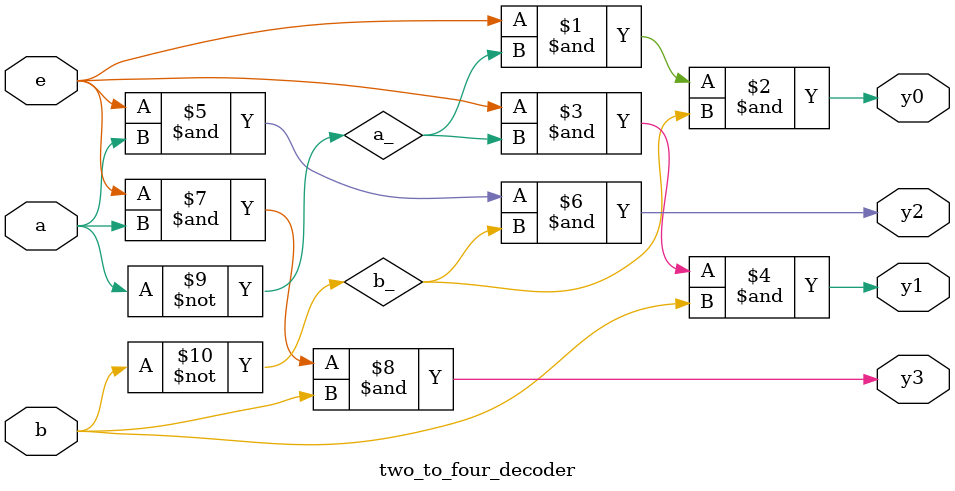
<source format=v>
module two_to_four_decoder (
	input e,
	input a,
	input b,
	output y0,
	output y1,
	output y2,
	output y3
);
	wire a_, b_, c_;

	not a_not(a_, a);
	not b_not(b_, b);
	not c_not(c_, c);

	and and0(y0, e, a_, b_);
	and and1(y1, e, a_, b);
	and and2(y2, e, a, b_);
	and and3(y3, e, a, b);
endmodule	



</source>
